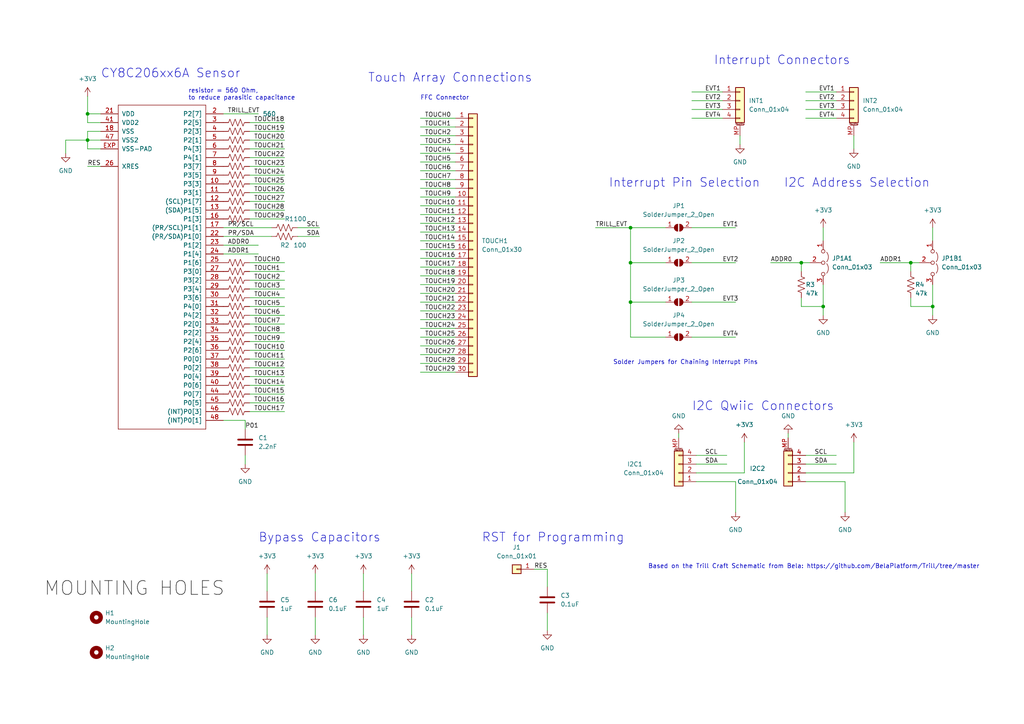
<source format=kicad_sch>
(kicad_sch (version 20230121) (generator eeschema)
  (paper "A4")
  (lib_symbols
    (symbol "+3V3_1" (power) (pin_names (offset 0))
      (property "Value" "+3V3_1" (at 0 3.556 0))
      (symbol "+3V3_1_0_1"
        (polyline (pts (xy -0.762 1.27) (xy 0 2.54)))
        (polyline (pts (xy 0 0) (xy 0 2.54)))
        (polyline (pts (xy 0 2.54) (xy 0.762 1.27)))
      )
      (symbol "+3V3_1_1_1"
        (pin power_in line (at 0 0 90) (length 0) hide (name "+3V3") (number "1"))
      )
    )
    (symbol "Connector_Generic:Conn_01x01" (pin_names (offset 1.016) hide)
      (property "Reference" "J" (at 0 2.54 0))
      (property "Value" "Conn_01x01" (at 0 -2.54 0))
      (symbol "Conn_01x01_1_1"
        (rectangle (start -1.27 0.127) (end 0 -0.127) (stroke (width 0.1524)))
        (rectangle (start -1.27 1.27) (end 1.27 -1.27) (stroke (width 0.254)) (fill (type background)))
        (pin passive line (at -5.08 0 0) (length 3.81) (name "Pin_1") (number "1"))
      )
    )
    (symbol "Connector_Generic:Conn_01x30" (pin_names (offset 1.016) hide)
      (property "Reference" "J" (at 0 38.1 0))
      (property "Value" "Conn_01x30" (at 0 -40.64 0))
      (symbol "Conn_01x30_1_1"
        (rectangle (start -1.27 -37.973) (end 0 -38.227) (stroke (width 0.1524)))
        (rectangle (start -1.27 -35.433) (end 0 -35.687) (stroke (width 0.1524)))
        (rectangle (start -1.27 -32.893) (end 0 -33.147) (stroke (width 0.1524)))
        (rectangle (start -1.27 -30.353) (end 0 -30.607) (stroke (width 0.1524)))
        (rectangle (start -1.27 -27.813) (end 0 -28.067) (stroke (width 0.1524)))
        (rectangle (start -1.27 -25.273) (end 0 -25.527) (stroke (width 0.1524)))
        (rectangle (start -1.27 -22.733) (end 0 -22.987) (stroke (width 0.1524)))
        (rectangle (start -1.27 -20.193) (end 0 -20.447) (stroke (width 0.1524)))
        (rectangle (start -1.27 -17.653) (end 0 -17.907) (stroke (width 0.1524)))
        (rectangle (start -1.27 -15.113) (end 0 -15.367) (stroke (width 0.1524)))
        (rectangle (start -1.27 -12.573) (end 0 -12.827) (stroke (width 0.1524)))
        (rectangle (start -1.27 -10.033) (end 0 -10.287) (stroke (width 0.1524)))
        (rectangle (start -1.27 -7.493) (end 0 -7.747) (stroke (width 0.1524)))
        (rectangle (start -1.27 -4.953) (end 0 -5.207) (stroke (width 0.1524)))
        (rectangle (start -1.27 -2.413) (end 0 -2.667) (stroke (width 0.1524)))
        (rectangle (start -1.27 0.127) (end 0 -0.127) (stroke (width 0.1524)))
        (rectangle (start -1.27 2.667) (end 0 2.413) (stroke (width 0.1524)))
        (rectangle (start -1.27 5.207) (end 0 4.953) (stroke (width 0.1524)))
        (rectangle (start -1.27 7.747) (end 0 7.493) (stroke (width 0.1524)))
        (rectangle (start -1.27 10.287) (end 0 10.033) (stroke (width 0.1524)))
        (rectangle (start -1.27 12.827) (end 0 12.573) (stroke (width 0.1524)))
        (rectangle (start -1.27 15.367) (end 0 15.113) (stroke (width 0.1524)))
        (rectangle (start -1.27 17.907) (end 0 17.653) (stroke (width 0.1524)))
        (rectangle (start -1.27 20.447) (end 0 20.193) (stroke (width 0.1524)))
        (rectangle (start -1.27 22.987) (end 0 22.733) (stroke (width 0.1524)))
        (rectangle (start -1.27 25.527) (end 0 25.273) (stroke (width 0.1524)))
        (rectangle (start -1.27 28.067) (end 0 27.813) (stroke (width 0.1524)))
        (rectangle (start -1.27 30.607) (end 0 30.353) (stroke (width 0.1524)))
        (rectangle (start -1.27 33.147) (end 0 32.893) (stroke (width 0.1524)))
        (rectangle (start -1.27 35.687) (end 0 35.433) (stroke (width 0.1524)))
        (rectangle (start -1.27 36.83) (end 1.27 -39.37) (stroke (width 0.254)) (fill (type background)))
        (pin passive line (at -5.08 35.56 0) (length 3.81) (name "Pin_1") (number "1"))
        (pin passive line (at -5.08 12.7 0) (length 3.81) (name "Pin_10") (number "10"))
        (pin passive line (at -5.08 10.16 0) (length 3.81) (name "Pin_11") (number "11"))
        (pin passive line (at -5.08 7.62 0) (length 3.81) (name "Pin_12") (number "12"))
        (pin passive line (at -5.08 5.08 0) (length 3.81) (name "Pin_13") (number "13"))
        (pin passive line (at -5.08 2.54 0) (length 3.81) (name "Pin_14") (number "14"))
        (pin passive line (at -5.08 0 0) (length 3.81) (name "Pin_15") (number "15"))
        (pin passive line (at -5.08 -2.54 0) (length 3.81) (name "Pin_16") (number "16"))
        (pin passive line (at -5.08 -5.08 0) (length 3.81) (name "Pin_17") (number "17"))
        (pin passive line (at -5.08 -7.62 0) (length 3.81) (name "Pin_18") (number "18"))
        (pin passive line (at -5.08 -10.16 0) (length 3.81) (name "Pin_19") (number "19"))
        (pin passive line (at -5.08 33.02 0) (length 3.81) (name "Pin_2") (number "2"))
        (pin passive line (at -5.08 -12.7 0) (length 3.81) (name "Pin_20") (number "20"))
        (pin passive line (at -5.08 -15.24 0) (length 3.81) (name "Pin_21") (number "21"))
        (pin passive line (at -5.08 -17.78 0) (length 3.81) (name "Pin_22") (number "22"))
        (pin passive line (at -5.08 -20.32 0) (length 3.81) (name "Pin_23") (number "23"))
        (pin passive line (at -5.08 -22.86 0) (length 3.81) (name "Pin_24") (number "24"))
        (pin passive line (at -5.08 -25.4 0) (length 3.81) (name "Pin_25") (number "25"))
        (pin passive line (at -5.08 -27.94 0) (length 3.81) (name "Pin_26") (number "26"))
        (pin passive line (at -5.08 -30.48 0) (length 3.81) (name "Pin_27") (number "27"))
        (pin passive line (at -5.08 -33.02 0) (length 3.81) (name "Pin_28") (number "28"))
        (pin passive line (at -5.08 -35.56 0) (length 3.81) (name "Pin_29") (number "29"))
        (pin passive line (at -5.08 30.48 0) (length 3.81) (name "Pin_3") (number "3"))
        (pin passive line (at -5.08 -38.1 0) (length 3.81) (name "Pin_30") (number "30"))
        (pin passive line (at -5.08 27.94 0) (length 3.81) (name "Pin_4") (number "4"))
        (pin passive line (at -5.08 25.4 0) (length 3.81) (name "Pin_5") (number "5"))
        (pin passive line (at -5.08 22.86 0) (length 3.81) (name "Pin_6") (number "6"))
        (pin passive line (at -5.08 20.32 0) (length 3.81) (name "Pin_7") (number "7"))
        (pin passive line (at -5.08 17.78 0) (length 3.81) (name "Pin_8") (number "8"))
        (pin passive line (at -5.08 15.24 0) (length 3.81) (name "Pin_9") (number "9"))
      )
    )
    (symbol "Connector_Generic_MountingPin:Conn_01x04_MountingPin" (pin_names (offset 1.016) hide)
      (property "Reference" "J" (at 0 5.08 0))
      (property "Value" "Conn_01x04_MountingPin" (at 1.27 -7.62 0))
      (symbol "Conn_01x04_MountingPin_1_1"
        (rectangle (start -1.27 -4.953) (end 0 -5.207) (stroke (width 0.1524)))
        (rectangle (start -1.27 -2.413) (end 0 -2.667) (stroke (width 0.1524)))
        (rectangle (start -1.27 0.127) (end 0 -0.127) (stroke (width 0.1524)))
        (rectangle (start -1.27 2.667) (end 0 2.413) (stroke (width 0.1524)))
        (rectangle (start -1.27 3.81) (end 1.27 -6.35) (stroke (width 0.254)) (fill (type background)))
        (polyline (pts (xy -1.016 -7.112) (xy 1.016 -7.112)) (stroke (width 0.1524)))
        (text "Mounting" (at 0 -6.731 0) (effects (font (size 0.381 0.381))))
        (pin passive line (at -5.08 2.54 0) (length 3.81) (name "Pin_1") (number "1"))
        (pin passive line (at -5.08 0 0) (length 3.81) (name "Pin_2") (number "2"))
        (pin passive line (at -5.08 -2.54 0) (length 3.81) (name "Pin_3") (number "3"))
        (pin passive line (at -5.08 -5.08 0) (length 3.81) (name "Pin_4") (number "4"))
        (pin passive line (at 0 -10.16 90) (length 3.048) (name "MountPin") (number "MP"))
      )
    )
    (symbol "Device:C" (pin_numbers hide) (pin_names (offset 0.254))
      (property "Reference" "C" (at 0.635 2.54 0))
      (property "Value" "C" (at 0.635 -2.54 0))
      (symbol "C_0_1"
        (polyline (pts (xy -2.032 -0.762) (xy 2.032 -0.762)) (stroke (width 0.508)))
        (polyline (pts (xy -2.032 0.762) (xy 2.032 0.762)) (stroke (width 0.508)))
      )
      (symbol "C_1_1"
        (pin passive line (at 0 3.81 270) (length 2.794) (name "~") (number "1"))
        (pin passive line (at 0 -3.81 90) (length 2.794) (name "~") (number "2"))
      )
    )
    (symbol "Device:R_US" (pin_numbers hide) (pin_names (offset 0))
      (property "Reference" "R" (at 2.54 0 90))
      (property "Value" "R_US" (at -2.54 0 90))
      (symbol "R_US_0_1"
        (polyline (pts (xy 0 -2.286) (xy 0 -2.54)))
        (polyline (pts (xy 0 2.286) (xy 0 2.54)))
        (polyline (pts (xy 0 -0.762) (xy 1.016 -1.143) (xy 0 -1.524) (xy -1.016 -1.905) (xy 0 -2.286)))
        (polyline (pts (xy 0 0.762) (xy 1.016 0.381) (xy 0 0) (xy -1.016 -0.381) (xy 0 -0.762)))
        (polyline (pts (xy 0 2.286) (xy 1.016 1.905) (xy 0 1.524) (xy -1.016 1.143) (xy 0 0.762)))
      )
      (symbol "R_US_1_1"
        (pin passive line (at 0 3.81 270) (length 1.27) (name "~") (number "1"))
        (pin passive line (at 0 -3.81 90) (length 1.27) (name "~") (number "2"))
      )
    )
    (symbol "GND_1" (power) (pin_names (offset 0))
      (property "Value" "GND_1" (at 0 -3.81 0))
      (symbol "GND_1_0_1"
        (polyline (pts (xy 0 0) (xy 0 -1.27) (xy 1.27 -1.27) (xy 0 -2.54) (xy -1.27 -1.27) (xy 0 -1.27)))
      )
      (symbol "GND_1_1_1"
        (pin power_in line (at 0 0 270) (length 0) hide (name "GND") (number "1"))
      )
    )
    (symbol "Jumper:Jumper_3_Open" (pin_names (offset 0) hide)
      (property "Reference" "JP" (at -2.54 -2.54 0))
      (property "Value" "Jumper_3_Open" (at 0 2.794 0))
      (symbol "Jumper_3_Open_0_0"
        (circle (center -3.302 0) (radius 0.508))
        (circle (center 0 0) (radius 0.508))
        (circle (center 3.302 0) (radius 0.508))
      )
      (symbol "Jumper_3_Open_0_1"
        (arc (start -0.254 1.016) (mid -1.651 1.4992) (end -3.048 1.016))
        (polyline (pts (xy 0 -0.508) (xy 0 -1.27)))
        (arc (start 3.048 1.016) (mid 1.651 1.4992) (end 0.254 1.016))
      )
      (symbol "Jumper_3_Open_1_1"
        (pin passive line (at -6.35 0 0) (length 2.54) (name "A") (number "1"))
        (pin passive line (at 0 -3.81 90) (length 2.54) (name "C") (number "2"))
        (pin passive line (at 6.35 0 180) (length 2.54) (name "B") (number "3"))
      )
    )
    (symbol "Jumper:SolderJumper_2_Open" (pin_names (offset 0) hide)
      (property "Reference" "JP" (at 0 2.032 0))
      (property "Value" "SolderJumper_2_Open" (at 0 -2.54 0))
      (symbol "SolderJumper_2_Open_0_1"
        (arc (start -0.254 1.016) (mid -1.2656 0) (end -0.254 -1.016))
        (arc (start -0.254 1.016) (mid -1.2656 0) (end -0.254 -1.016) (fill (type outline)))
        (polyline (pts (xy -0.254 1.016) (xy -0.254 -1.016)))
        (polyline (pts (xy 0.254 1.016) (xy 0.254 -1.016)))
        (arc (start 0.254 -1.016) (mid 1.2656 0) (end 0.254 1.016))
        (arc (start 0.254 -1.016) (mid 1.2656 0) (end 0.254 1.016) (fill (type outline)))
      )
      (symbol "SolderJumper_2_Open_1_1"
        (pin passive line (at -3.81 0 0) (length 2.54) (name "A") (number "1"))
        (pin passive line (at 3.81 0 180) (length 2.54) (name "B") (number "2"))
      )
    )
    (symbol "Mechanical:MountingHole" (pin_names (offset 1.016))
      (property "Reference" "H" (at 0 5.08 0))
      (property "Value" "MountingHole" (at 0 3.175 0))
      (symbol "MountingHole_0_1"
        (circle (center 0 0) (radius 1.27) (stroke (width 1.27)))
      )
    )
    (symbol "cy8c206x6a:CY8C206X6A" (pin_names (offset 1.016))
      (symbol "CY8C206X6A_1_0"
        (polyline (pts (xy -12.7 -48.26) (xy -12.7 45.72)))
        (polyline (pts (xy -12.7 45.72) (xy 12.7 45.72)))
        (polyline (pts (xy 12.7 -48.26) (xy -12.7 -48.26)))
        (polyline (pts (xy 12.7 45.72) (xy 12.7 -48.26)))
        (pin unspecified line (at 17.78 22.86 180) (length 5.08) (name "P3[3]") (number "10"))
        (pin unspecified line (at 17.78 20.32 180) (length 5.08) (name "P3[1]") (number "11"))
        (pin unspecified line (at 17.78 17.78 180) (length 5.08) (name "(SCL)P1[7]") (number "12"))
        (pin unspecified line (at 17.78 15.24 180) (length 5.08) (name "(SDA)P1[5]") (number "13"))
        (pin unspecified line (at 17.78 12.7 180) (length 5.08) (name "P1[3]") (number "16"))
        (pin unspecified line (at 17.78 10.16 180) (length 5.08) (name "(PR/SCL)P1[1]") (number "17"))
        (pin unspecified line (at -17.78 38.1 0) (length 5.08) (name "VSS") (number "18"))
        (pin unspecified line (at 17.78 43.18 180) (length 5.08) (name "P2[7]") (number "2"))
        (pin unspecified line (at -17.78 43.18 0) (length 5.08) (name "VDD") (number "21"))
        (pin unspecified line (at 17.78 7.62 180) (length 5.08) (name "(PR/SDA)P1[0]") (number "22"))
        (pin unspecified line (at 17.78 5.08 180) (length 5.08) (name "P1[2]") (number "23"))
        (pin unspecified line (at 17.78 2.54 180) (length 5.08) (name "P1[4]") (number "24"))
        (pin unspecified line (at 17.78 0 180) (length 5.08) (name "P1[6]") (number "25"))
        (pin unspecified line (at -17.78 27.94 0) (length 5.08) (name "XRES") (number "26"))
        (pin unspecified line (at 17.78 -2.54 180) (length 5.08) (name "P3[0]") (number "27"))
        (pin unspecified line (at 17.78 -5.08 180) (length 5.08) (name "P3[2]") (number "28"))
        (pin unspecified line (at 17.78 -7.62 180) (length 5.08) (name "P3[4]") (number "29"))
        (pin unspecified line (at 17.78 40.64 180) (length 5.08) (name "P2[5]") (number "3"))
        (pin unspecified line (at 17.78 -10.16 180) (length 5.08) (name "P3[6]") (number "30"))
        (pin unspecified line (at 17.78 -12.7 180) (length 5.08) (name "P4[0]") (number "31"))
        (pin unspecified line (at 17.78 -15.24 180) (length 5.08) (name "P4[2]") (number "32"))
        (pin unspecified line (at 17.78 -17.78 180) (length 5.08) (name "P2[0]") (number "33"))
        (pin unspecified line (at 17.78 -20.32 180) (length 5.08) (name "P2[2]") (number "34"))
        (pin unspecified line (at 17.78 -22.86 180) (length 5.08) (name "P2[4]") (number "35"))
        (pin unspecified line (at 17.78 -25.4 180) (length 5.08) (name "P2[6]") (number "36"))
        (pin unspecified line (at 17.78 -27.94 180) (length 5.08) (name "P0[0]") (number "37"))
        (pin unspecified line (at 17.78 -30.48 180) (length 5.08) (name "P0[2]") (number "38"))
        (pin unspecified line (at 17.78 -33.02 180) (length 5.08) (name "P0[4]") (number "39"))
        (pin unspecified line (at 17.78 38.1 180) (length 5.08) (name "P2[3]") (number "4"))
        (pin unspecified line (at 17.78 -35.56 180) (length 5.08) (name "P0[6]") (number "40"))
        (pin unspecified line (at -17.78 40.64 0) (length 5.08) (name "VDD2") (number "41"))
        (pin unspecified line (at 17.78 -38.1 180) (length 5.08) (name "P0[7]") (number "44"))
        (pin unspecified line (at 17.78 -40.64 180) (length 5.08) (name "P0[5]") (number "45"))
        (pin unspecified line (at 17.78 -43.18 180) (length 5.08) (name "(INT)P0[3]") (number "46"))
        (pin unspecified line (at -17.78 35.56 0) (length 5.08) (name "VSS2") (number "47"))
        (pin unspecified line (at 17.78 -45.72 180) (length 5.08) (name "(INT)P0[1]") (number "48"))
        (pin unspecified line (at 17.78 35.56 180) (length 5.08) (name "P2[1]") (number "5"))
        (pin unspecified line (at 17.78 33.02 180) (length 5.08) (name "P4[3]") (number "6"))
        (pin unspecified line (at 17.78 30.48 180) (length 5.08) (name "P4[1]") (number "7"))
        (pin unspecified line (at 17.78 27.94 180) (length 5.08) (name "P3[7]") (number "8"))
        (pin unspecified line (at 17.78 25.4 180) (length 5.08) (name "P3[5]") (number "9"))
        (pin unspecified line (at -17.78 33.02 0) (length 5.08) (name "VSS-PAD") (number "EXP"))
      )
    )
    (symbol "power:GND" (power) (pin_names (offset 0))
      (property "Value" "GND" (at 0 -3.81 0))
      (symbol "GND_0_1"
        (polyline (pts (xy 0 0) (xy 0 -1.27) (xy 1.27 -1.27) (xy 0 -2.54) (xy -1.27 -1.27) (xy 0 -1.27)))
      )
      (symbol "GND_1_1"
        (pin power_in line (at 0 0 270) (length 0) hide (name "GND") (number "1"))
      )
    )
  )
  (junction (at 182.88 66.04))
  (junction (at 182.88 76.2))
  (junction (at 270.51 88.9))
  (junction (at 264.16 76.2))
  (junction (at 25.4 33.02))
  (junction (at 25.4 40.64))
  (junction (at 232.41 76.2))
  (junction (at 182.88 87.63))
  (junction (at 238.76 88.9))
  (wire (pts (xy 200.66 31.75) (xy 209.55 31.75)))
  (wire (pts (xy 200.66 66.04) (xy 213.36 66.04)))
  (wire (pts (xy 121.92 44.45) (xy 132.08 44.45)))
  (wire (pts (xy 238.76 66.04) (xy 238.76 69.85)))
  (wire (pts (xy 119.38 179.07) (xy 119.38 184.15)))
  (wire (pts (xy 121.92 105.41) (xy 132.08 105.41)))
  (wire (pts (xy 121.92 67.31) (xy 132.08 67.31)))
  (wire (pts (xy 64.77 66.04) (xy 78.74 66.04)))
  (wire (pts (xy 64.77 68.58) (xy 78.74 68.58)))
  (wire (pts (xy 121.92 92.71) (xy 132.08 92.71)))
  (wire (pts (xy 264.16 86.36) (xy 264.16 88.9)))
  (wire (pts (xy 72.39 76.2) (xy 82.55 76.2)))
  (wire (pts (xy 25.4 33.02) (xy 25.4 35.56)))
  (wire (pts (xy 72.39 83.82) (xy 82.55 83.82)))
  (wire (pts (xy 72.39 91.44) (xy 82.55 91.44)))
  (wire (pts (xy 86.36 68.58) (xy 92.71 68.58)))
  (wire (pts (xy 200.66 29.21) (xy 209.55 29.21)))
  (wire (pts (xy 72.39 111.76) (xy 82.55 111.76)))
  (wire (pts (xy 25.4 38.1) (xy 25.4 40.64)))
  (wire (pts (xy 29.21 33.02) (xy 25.4 33.02)))
  (wire (pts (xy 270.51 66.04) (xy 270.51 69.85)))
  (wire (pts (xy 201.93 132.08) (xy 210.82 132.08)))
  (wire (pts (xy 72.39 104.14) (xy 82.55 104.14)))
  (wire (pts (xy 245.11 139.7) (xy 245.11 148.59)))
  (wire (pts (xy 233.68 132.08) (xy 242.57 132.08)))
  (wire (pts (xy 121.92 100.33) (xy 132.08 100.33)))
  (wire (pts (xy 200.66 76.2) (xy 213.36 76.2)))
  (wire (pts (xy 121.92 59.69) (xy 132.08 59.69)))
  (wire (pts (xy 233.68 134.62) (xy 242.57 134.62)))
  (wire (pts (xy 247.65 128.27) (xy 247.65 137.16)))
  (wire (pts (xy 193.04 87.63) (xy 182.88 87.63)))
  (wire (pts (xy 72.39 35.56) (xy 82.55 35.56)))
  (wire (pts (xy 72.39 58.42) (xy 82.55 58.42)))
  (wire (pts (xy 264.16 76.2) (xy 266.7 76.2)))
  (wire (pts (xy 200.66 26.67) (xy 209.55 26.67)))
  (wire (pts (xy 72.39 106.68) (xy 82.55 106.68)))
  (wire (pts (xy 72.39 43.18) (xy 82.55 43.18)))
  (wire (pts (xy 72.39 78.74) (xy 82.55 78.74)))
  (wire (pts (xy 121.92 97.79) (xy 132.08 97.79)))
  (wire (pts (xy 72.39 96.52) (xy 82.55 96.52)))
  (wire (pts (xy 72.39 55.88) (xy 82.55 55.88)))
  (wire (pts (xy 25.4 43.18) (xy 29.21 43.18)))
  (wire (pts (xy 91.44 166.37) (xy 91.44 171.45)))
  (wire (pts (xy 232.41 86.36) (xy 232.41 88.9)))
  (wire (pts (xy 121.92 69.85) (xy 132.08 69.85)))
  (wire (pts (xy 105.41 166.37) (xy 105.41 171.45)))
  (wire (pts (xy 182.88 87.63) (xy 182.88 97.79)))
  (wire (pts (xy 77.47 166.37) (xy 77.47 171.45)))
  (wire (pts (xy 121.92 77.47) (xy 132.08 77.47)))
  (wire (pts (xy 154.94 165.1) (xy 158.75 165.1)))
  (wire (pts (xy 72.39 60.96) (xy 82.55 60.96)))
  (wire (pts (xy 200.66 87.63) (xy 213.36 87.63)))
  (wire (pts (xy 29.21 35.56) (xy 25.4 35.56)))
  (wire (pts (xy 72.39 93.98) (xy 82.55 93.98)))
  (wire (pts (xy 25.4 27.94) (xy 25.4 33.02)))
  (wire (pts (xy 201.93 134.62) (xy 210.82 134.62)))
  (wire (pts (xy 200.66 97.79) (xy 213.36 97.79)))
  (wire (pts (xy 233.68 29.21) (xy 242.57 29.21)))
  (wire (pts (xy 158.75 165.1) (xy 158.75 170.18)))
  (wire (pts (xy 232.41 76.2) (xy 234.95 76.2)))
  (wire (pts (xy 105.41 179.07) (xy 105.41 184.15)))
  (wire (pts (xy 182.88 66.04) (xy 193.04 66.04)))
  (wire (pts (xy 121.92 74.93) (xy 132.08 74.93)))
  (wire (pts (xy 193.04 97.79) (xy 182.88 97.79)))
  (wire (pts (xy 72.39 81.28) (xy 82.55 81.28)))
  (wire (pts (xy 72.39 40.64) (xy 82.55 40.64)))
  (wire (pts (xy 121.92 41.91) (xy 132.08 41.91)))
  (wire (pts (xy 121.92 46.99) (xy 132.08 46.99)))
  (wire (pts (xy 238.76 88.9) (xy 238.76 91.44)))
  (wire (pts (xy 121.92 52.07) (xy 132.08 52.07)))
  (wire (pts (xy 19.05 40.64) (xy 25.4 40.64)))
  (wire (pts (xy 77.47 179.07) (xy 77.47 184.15)))
  (wire (pts (xy 64.77 33.02) (xy 74.93 33.02)))
  (wire (pts (xy 233.68 34.29) (xy 242.57 34.29)))
  (wire (pts (xy 64.77 73.66) (xy 74.93 73.66)))
  (wire (pts (xy 121.92 85.09) (xy 132.08 85.09)))
  (wire (pts (xy 72.39 86.36) (xy 82.55 86.36)))
  (wire (pts (xy 264.16 88.9) (xy 270.51 88.9)))
  (wire (pts (xy 72.39 88.9) (xy 82.55 88.9)))
  (wire (pts (xy 25.4 40.64) (xy 25.4 43.18)))
  (wire (pts (xy 121.92 80.01) (xy 132.08 80.01)))
  (wire (pts (xy 201.93 137.16) (xy 215.9 137.16)))
  (wire (pts (xy 232.41 88.9) (xy 238.76 88.9)))
  (wire (pts (xy 72.39 114.3) (xy 82.55 114.3)))
  (wire (pts (xy 121.92 87.63) (xy 132.08 87.63)))
  (wire (pts (xy 72.39 53.34) (xy 82.55 53.34)))
  (wire (pts (xy 121.92 54.61) (xy 132.08 54.61)))
  (wire (pts (xy 72.39 48.26) (xy 82.55 48.26)))
  (wire (pts (xy 72.39 116.84) (xy 82.55 116.84)))
  (wire (pts (xy 255.27 76.2) (xy 264.16 76.2)))
  (wire (pts (xy 182.88 66.04) (xy 182.88 76.2)))
  (wire (pts (xy 233.68 26.67) (xy 242.57 26.67)))
  (wire (pts (xy 121.92 34.29) (xy 132.08 34.29)))
  (wire (pts (xy 64.77 121.92) (xy 71.12 121.92)))
  (wire (pts (xy 121.92 102.87) (xy 132.08 102.87)))
  (wire (pts (xy 72.39 99.06) (xy 82.55 99.06)))
  (wire (pts (xy 158.75 177.8) (xy 158.75 182.88)))
  (wire (pts (xy 196.85 125.73) (xy 196.85 127)))
  (wire (pts (xy 72.39 38.1) (xy 82.55 38.1)))
  (wire (pts (xy 71.12 121.92) (xy 71.12 124.46)))
  (wire (pts (xy 72.39 109.22) (xy 82.55 109.22)))
  (wire (pts (xy 72.39 119.38) (xy 82.55 119.38)))
  (wire (pts (xy 121.92 90.17) (xy 132.08 90.17)))
  (wire (pts (xy 121.92 95.25) (xy 132.08 95.25)))
  (wire (pts (xy 72.39 101.6) (xy 82.55 101.6)))
  (wire (pts (xy 64.77 71.12) (xy 74.93 71.12)))
  (wire (pts (xy 72.39 50.8) (xy 82.55 50.8)))
  (wire (pts (xy 233.68 137.16) (xy 247.65 137.16)))
  (wire (pts (xy 121.92 107.95) (xy 132.08 107.95)))
  (wire (pts (xy 121.92 36.83) (xy 132.08 36.83)))
  (wire (pts (xy 121.92 64.77) (xy 132.08 64.77)))
  (wire (pts (xy 121.92 82.55) (xy 132.08 82.55)))
  (wire (pts (xy 182.88 76.2) (xy 182.88 87.63)))
  (wire (pts (xy 270.51 82.55) (xy 270.51 88.9)))
  (wire (pts (xy 121.92 57.15) (xy 132.08 57.15)))
  (wire (pts (xy 232.41 76.2) (xy 232.41 78.74)))
  (wire (pts (xy 214.63 41.91) (xy 214.63 39.37)))
  (wire (pts (xy 29.21 38.1) (xy 25.4 38.1)))
  (wire (pts (xy 121.92 62.23) (xy 132.08 62.23)))
  (wire (pts (xy 72.39 45.72) (xy 82.55 45.72)))
  (wire (pts (xy 91.44 179.07) (xy 91.44 184.15)))
  (wire (pts (xy 121.92 49.53) (xy 132.08 49.53)))
  (wire (pts (xy 19.05 44.45) (xy 19.05 40.64)))
  (wire (pts (xy 201.93 139.7) (xy 213.36 139.7)))
  (wire (pts (xy 223.52 76.2) (xy 232.41 76.2)))
  (wire (pts (xy 172.72 66.04) (xy 182.88 66.04)))
  (wire (pts (xy 25.4 40.64) (xy 29.21 40.64)))
  (wire (pts (xy 86.36 66.04) (xy 92.71 66.04)))
  (wire (pts (xy 213.36 139.7) (xy 213.36 148.59)))
  (wire (pts (xy 238.76 82.55) (xy 238.76 88.9)))
  (wire (pts (xy 72.39 63.5) (xy 82.55 63.5)))
  (wire (pts (xy 25.4 48.26) (xy 29.21 48.26)))
  (wire (pts (xy 233.68 139.7) (xy 245.11 139.7)))
  (wire (pts (xy 270.51 88.9) (xy 270.51 91.44)))
  (wire (pts (xy 121.92 72.39) (xy 132.08 72.39)))
  (wire (pts (xy 200.66 34.29) (xy 209.55 34.29)))
  (wire (pts (xy 264.16 76.2) (xy 264.16 78.74)))
  (wire (pts (xy 71.12 132.08) (xy 71.12 134.62)))
  (wire (pts (xy 228.6 125.73) (xy 228.6 127)))
  (wire (pts (xy 233.68 31.75) (xy 242.57 31.75)))
  (wire (pts (xy 247.65 43.18) (xy 247.65 39.37)))
  (wire (pts (xy 121.92 39.37) (xy 132.08 39.37)))
  (wire (pts (xy 193.04 76.2) (xy 182.88 76.2)))
  (wire (pts (xy 215.9 128.27) (xy 215.9 137.16)))
  (wire (pts (xy 119.38 166.37) (xy 119.38 171.45)))
  (text "RST for Programming" (at 139.7 157.48 0) (effects (font (size 2.54 2.54)) (justify left bottom)))
  (text "Solder Jumpers for Chaining Interrupt Pins\n\n" (at 177.8 107.95 0) (effects (font (size 1.27 1.27)) (justify left bottom)))
  (text "resistor = 560 Ohm, \nto reduce parasitic capacitance" (at 54.61 29.21 0) (effects (font (size 1.27 1.27)) (justify left bottom)))
  (text "Touch Array Connections" (at 106.68 24.13 0) (effects (font (size 2.54 2.54)) (justify left bottom)))
  (text "Interrupt Connectors" (at 207.01 19.05 0) (effects (font (size 2.54 2.54)) (justify left bottom)))
  (text "Bypass Capacitors" (at 74.93 157.48 0) (effects (font (size 2.54 2.54)) (justify left bottom)))
  (text "FFC Connector" (at 121.92 29.21 0) (effects (font (size 1.27 1.27)) (justify left bottom)))
  (text "I2C Address Selection" (at 227.33 54.61 0) (effects (font (size 2.54 2.54)) (justify left bottom)))
  (text "CY8C206xx6A Sensor" (at 29.21 22.86 0) (effects (font (size 2.54 2.54)) (justify left bottom)))
  (text "Based on the Trill Craft Schematic from Bela: https://github.com/BelaPlatform/Trill/tree/master" (at 187.96 165.1 0) (effects (font (size 1.27 1.27)) (justify left bottom)))
  (text "Interrupt Pin Selection" (at 176.53 54.61 0) (effects (font (size 2.54 2.54)) (justify left bottom)))
  (text "I2C Qwiic Connectors" (at 200.66 119.38 0) (effects (font (size 2.54 2.54)) (justify left bottom)))
  (label "TOUCH2" (at 73.66 81.28 0))
  (label "TOUCH18" (at 132.08 80.01 180))
  (label "TOUCH8" (at 123.19 54.61 0))
  (label "EVT1" (at 237.49 26.67 0))
  (label "TOUCH22" (at 73.66 45.72 0))
  (label "TOUCH9" (at 123.19 57.15 0))
  (label "TOUCH13" (at 123.19 67.31 0))
  (label "TOUCH15" (at 73.66 114.3 0))
  (label "TOUCH26" (at 132.08 100.33 180))
  (label "TOUCH27" (at 73.66 58.42 0))
  (label "TOUCH19" (at 132.08 82.55 180))
  (label "P01" (at 71.12 124.46 0))
  (label "SDA" (at 236.22 134.62 0))
  (label "ADDR0" (at 66.04 71.12 0))
  (label "EVT1" (at 209.55 66.04 0))
  (label "TOUCH24" (at 132.08 95.25 180))
  (label "TOUCH8" (at 73.66 96.52 0))
  (label "SCL" (at 204.47 132.08 0))
  (label "SDA" (at 88.9 68.58 0))
  (label "TOUCH15" (at 132.08 72.39 180))
  (label "EVT2" (at 204.47 29.21 0))
  (label "TOUCH10" (at 123.19 59.69 0))
  (label "TOUCH9" (at 73.66 99.06 0))
  (label "SCL" (at 236.22 132.08 0))
  (label "TOUCH14" (at 73.66 111.76 0))
  (label "TOUCH25" (at 132.08 97.79 180))
  (label "TOUCH22" (at 132.08 90.17 180))
  (label "TOUCH12" (at 123.19 64.77 0))
  (label "EVT1" (at 204.47 26.67 0))
  (label "EVT4" (at 204.47 34.29 0))
  (label "TOUCH23" (at 132.08 92.71 180))
  (label "TOUCH18" (at 73.66 35.56 0))
  (label "TOUCH17" (at 73.66 119.38 0))
  (label "TOUCH23" (at 73.66 48.26 0))
  (label "EVT4" (at 209.55 97.79 0))
  (label "MOUNTING HOLES" (at 12.7 173.99 0) (effects (font (size 4 4))))
  (label "TOUCH1" (at 123.19 36.83 0))
  (label "TOUCH28" (at 73.66 60.96 0))
  (label "TOUCH6" (at 123.19 49.53 0))
  (label "TOUCH29" (at 132.08 107.95 180))
  (label "PR{slash}SCL" (at 66.04 66.04 0))
  (label "TOUCH6" (at 73.66 91.44 0))
  (label "TOUCH16" (at 73.66 116.84 0))
  (label "ADDR1" (at 66.04 73.66 0))
  (label "TOUCH20" (at 132.08 85.09 180))
  (label "TOUCH4" (at 73.66 86.36 0))
  (label "ADDR1" (at 255.27 76.2 0))
  (label "TRILL_EVT" (at 66.04 33.02 0))
  (label "TOUCH3" (at 123.19 41.91 0))
  (label "TOUCH3" (at 73.66 83.82 0))
  (label "TOUCH21" (at 132.08 87.63 180))
  (label "TOUCH1" (at 73.66 78.74 0))
  (label "TOUCH29" (at 73.66 63.5 0))
  (label "EVT3" (at 204.47 31.75 0))
  (label "TOUCH7" (at 123.19 52.07 0))
  (label "TOUCH11" (at 123.19 62.23 0))
  (label "TOUCH13" (at 73.66 109.22 0))
  (label "TOUCH20" (at 73.66 40.64 0))
  (label "TOUCH10" (at 73.66 101.6 0))
  (label "TOUCH4" (at 123.19 44.45 0))
  (label "TOUCH24" (at 73.66 50.8 0))
  (label "TRILL_EVT" (at 172.72 66.04 0))
  (label "TOUCH11" (at 73.66 104.14 0))
  (label "TOUCH0" (at 123.19 34.29 0))
  (label "TOUCH17" (at 132.08 77.47 180))
  (label "TOUCH7" (at 73.66 93.98 0))
  (label "EVT3" (at 237.49 31.75 0))
  (label "TOUCH19" (at 73.66 38.1 0))
  (label "SDA" (at 204.47 134.62 0))
  (label "PR{slash}SDA" (at 66.04 68.58 0))
  (label "EVT2" (at 237.49 29.21 0))
  (label "TOUCH5" (at 73.66 88.9 0))
  (label "TOUCH25" (at 73.66 53.34 0))
  (label "TOUCH2" (at 123.19 39.37 0))
  (label "TOUCH26" (at 73.66 55.88 0))
  (label "TOUCH16" (at 132.08 74.93 180))
  (label "TOUCH28" (at 132.08 105.41 180))
  (label "EVT4" (at 237.49 34.29 0))
  (label "TOUCH0" (at 73.66 76.2 0))
  (label "TOUCH27" (at 132.08 102.87 180))
  (label "RES" (at 25.4 48.26 0))
  (label "ADDR0" (at 223.52 76.2 0))
  (label "TOUCH12" (at 73.66 106.68 0))
  (label "SCL" (at 88.9 66.04 0))
  (label "EVT2" (at 209.55 76.2 0))
  (label "EVT3" (at 209.55 87.63 0))
  (label "RES" (at 154.94 165.1 0))
  (label "TOUCH5" (at 123.19 46.99 0))
  (label "TOUCH21" (at 73.66 43.18 0))
  (label "TOUCH14" (at 123.19 69.85 0))
  (symbol (lib_name "+3V3_1") (lib_id "power:+3V3") (at 105.41 166.37 0) (unit 1)
    (property "Reference" "#PWR019" (effects hide))
    (property "Value" "+3V3" (at 105.41 161.29 0))
  )
  (symbol (lib_id "power:GND") (at 270.51 91.44 0) (unit 1)
    (property "Reference" "#PWR011" (effects hide))
    (property "Value" "GND" (at 270.51 96.52 0))
  )
  (symbol (lib_id "Jumper:SolderJumper_2_Open") (at 196.85 97.79 0) (unit 1) (in_bom no)
    (property "Reference" "JP4" (at 196.85 91.44 0))
    (property "Value" "SolderJumper_2_Open" (at 196.85 93.98 0))
    (property "Footprint" "Jumper:SolderJumper-2_P1.3mm_Open_RoundedPad1.0x1.5mm" (effects hide))
  )
  (symbol (lib_id "Device:R_US") (at 68.58 43.18 270) (unit 1)
    (property "Reference" "R8" (effects hide))
    (property "Value" "560" (effects hide))
    (property "Footprint" "Resistor_SMD:R_0201_0603Metric" (effects hide))
    (property "Description Value Pkg" "560 Ohms ±1% 0.05W, 1/20W Chip Resistor 0201 (0603 Metric) Thick Film" (effects hide))
    (property "Mfg Part #" "ERJ-1GNF5600C" (effects hide))
    (property "Digikey Part #" "P123075CT-ND" (effects hide))
  )
  (symbol (lib_name "GND_1") (lib_id "power:GND") (at 158.75 182.88 0) (unit 1)
    (property "Reference" "#PWR05" (effects hide))
    (property "Value" "GND" (at 158.75 187.96 0))
  )
  (symbol (lib_id "Connector_Generic_MountingPin:Conn_01x04_MountingPin") (at 228.6 137.16 180) (unit 1)
    (property "Reference" "I2C2" (at 219.71 135.89 0))
    (property "Value" "Conn_01x04" (at 219.71 139.7 0))
    (property "Footprint" "JST-footprints:JST_SH_SM04B-SRSS-TB_1x04-1MP_P1.00mm_Horizontal" (effects hide))
    (property "Description Value Pkg" "Connector Header Surface Mount, Right Angle 4 position 0.039\" (1.00mm)" (effects hide))
    (property "Mfg Part #" "SM04B-SRSS-TB" (effects hide))
    (property "Digikey Part #" "455-SM04B-SRSS-TBCT-ND" (effects hide))
  )
  (symbol (lib_id "cy8c206x6a:CY8C206X6A") (at 46.99 76.2 0) (unit 1)
    (property "Reference" "IC1" (effects hide))
    (property "Value" "CY8C206X6A" (effects hide))
    (property "Footprint" "CY8C20646A-CY8C20636A-footprint:QFN-48_EP_6x6_Pitch0.4mm" (effects hide))
    (property "Description Value Pkg" "IC CAPSENSE 16KB FLASH 48QFN" (effects hide))
    (property "Mfg Part #" "CY8C20646A-24LQXI" (effects hide))
    (property "Digikey Part #" "448-CY8C20646A-24LQXI-ND" (effects hide))
  )
  (symbol (lib_id "Device:C") (at 119.38 175.26 0) (unit 1)
    (property "Reference" "C2" (at 123.19 173.99 0) (effects (justify left)))
    (property "Value" "0.1uF" (at 123.19 176.53 0) (effects (justify left)))
    (property "Footprint" "Capacitor_SMD:C_0603_1608Metric" (effects hide))
    (property "Description Value Pkg" "0.1 µF ±10% 16V Ceramic Capacitor X7R 0603 (1608 Metric)" (effects hide))
    (property "Mfg Part #" "CL10B104KO8NNNC" (effects hide))
    (property "Digikey Part #" "1276-1005-1-ND" (effects hide))
  )
  (symbol (lib_name "+3V3_1") (lib_id "power:+3V3") (at 119.38 166.37 0) (unit 1)
    (property "Reference" "#PWR07" (effects hide))
    (property "Value" "+3V3" (at 119.38 161.29 0))
  )
  (symbol (lib_id "Jumper:SolderJumper_2_Open") (at 196.85 66.04 0) (unit 1) (in_bom no)
    (property "Reference" "JP1" (at 196.85 59.69 0))
    (property "Value" "SolderJumper_2_Open" (at 196.85 62.23 0))
    (property "Footprint" "Jumper:SolderJumper-2_P1.3mm_Open_RoundedPad1.0x1.5mm" (effects hide))
  )
  (symbol (lib_id "Device:R_US") (at 264.16 82.55 0) (unit 1)
    (property "Reference" "R4" (at 265.43 82.55 0) (effects (justify left)))
    (property "Value" "47k" (at 265.43 85.09 0) (effects (justify left)))
    (property "Footprint" "Resistor_SMD:R_0201_0603Metric" (effects hide))
    (property "Description Value Pkg" "47 kOhms ±1% 0.05W, 1/20W Chip Resistor 0201 (0603 Metric) Thick Film" (effects hide))
    (property "Mfg Part #" "ERJ-1GNF4702C" (effects hide))
    (property "Digikey Part #" "P123032CT-ND" (effects hide))
  )
  (symbol (lib_id "Device:R_US") (at 68.58 106.68 270) (unit 1)
    (property "Reference" "R29" (effects hide))
    (property "Value" "560" (effects hide))
    (property "Footprint" "Resistor_SMD:R_0201_0603Metric" (effects hide))
    (property "Description Value Pkg" "560 Ohms ±1% 0.05W, 1/20W Chip Resistor 0201 (0603 Metric) Thick Film" (effects hide))
    (property "Mfg Part #" "ERJ-1GNF5600C" (effects hide))
    (property "Digikey Part #" "P123075CT-ND" (effects hide))
  )
  (symbol (lib_name "+3V3_1") (lib_id "power:+3V3") (at 77.47 166.37 0) (unit 1)
    (property "Reference" "#PWR021" (effects hide))
    (property "Value" "+3V3" (at 77.47 161.29 0))
  )
  (symbol (lib_name "GND_1") (lib_id "power:GND") (at 228.6 125.73 180) (unit 1)
    (property "Reference" "#PWR017" (effects hide))
    (property "Value" "GND" (at 228.6 120.65 0))
  )
  (symbol (lib_name "GND_1") (lib_id "power:GND") (at 245.11 148.59 0) (unit 1)
    (property "Reference" "#PWR01" (effects hide))
    (property "Value" "GND" (at 245.11 153.67 0))
  )
  (symbol (lib_name "+3V3_1") (lib_id "power:+3V3") (at 270.51 66.04 0) (unit 1)
    (property "Reference" "#PWR03" (effects hide))
    (property "Value" "+3V3" (at 270.51 60.96 0))
  )
  (symbol (lib_name "GND_1") (lib_id "power:GND") (at 91.44 184.15 0) (unit 1)
    (property "Reference" "#PWR024" (effects hide))
    (property "Value" "GND" (at 91.44 189.23 0))
  )
  (symbol (lib_id "Device:R_US") (at 82.55 68.58 270) (unit 1)
    (property "Reference" "R2" (at 81.28 71.12 90) (effects (justify left)))
    (property "Value" "100" (at 85.09 71.12 90) (effects (justify left)))
    (property "Footprint" "Resistor_SMD:R_0201_0603Metric" (effects hide))
    (property "Description Value Pkg" "100 Ohms ±1% 0.05W, 1/20W Chip Resistor 0201 (0603 Metric) Thick Film" (effects hide))
    (property "Mfg Part #" "ERJ-1GNF1000C" (effects hide))
    (property "Digikey Part #" "P122654CT-ND" (effects hide))
  )
  (symbol (lib_id "Mechanical:MountingHole") (at 27.94 179.07 0) (unit 1) (in_bom no)
    (property "Reference" "H1" (at 30.48 177.8 0) (effects (justify left)))
    (property "Value" "MountingHole" (at 30.48 180.34 0) (effects (justify left)))
    (property "Footprint" "MountingHole:MountingHole_3.2mm_M3_DIN965" (effects hide))
  )
  (symbol (lib_name "+3V3_1") (lib_id "power:+3V3") (at 91.44 166.37 0) (unit 1)
    (property "Reference" "#PWR023" (effects hide))
    (property "Value" "+3V3" (at 91.44 161.29 0))
  )
  (symbol (lib_id "Device:R_US") (at 68.58 86.36 270) (unit 1)
    (property "Reference" "R21" (effects hide))
    (property "Value" "560" (effects hide))
    (property "Footprint" "Resistor_SMD:R_0201_0603Metric" (effects hide))
    (property "Description Value Pkg" "560 Ohms ±1% 0.05W, 1/20W Chip Resistor 0201 (0603 Metric) Thick Film" (effects hide))
    (property "Mfg Part #" "ERJ-1GNF5600C" (effects hide))
    (property "Digikey Part #" "P123075CT-ND" (effects hide))
  )
  (symbol (lib_id "Device:R_US") (at 68.58 83.82 270) (unit 1)
    (property "Reference" "R20" (effects hide))
    (property "Value" "560" (effects hide))
    (property "Footprint" "Resistor_SMD:R_0201_0603Metric" (effects hide))
    (property "Description Value Pkg" "560 Ohms ±1% 0.05W, 1/20W Chip Resistor 0201 (0603 Metric) Thick Film" (effects hide))
    (property "Mfg Part #" "ERJ-1GNF5600C" (effects hide))
    (property "Digikey Part #" "P123075CT-ND" (effects hide))
  )
  (symbol (lib_id "Device:R_US") (at 68.58 104.14 270) (unit 1)
    (property "Reference" "R28" (effects hide))
    (property "Value" "560" (effects hide))
    (property "Footprint" "Resistor_SMD:R_0201_0603Metric" (effects hide))
    (property "Description Value Pkg" "560 Ohms ±1% 0.05W, 1/20W Chip Resistor 0201 (0603 Metric) Thick Film" (effects hide))
    (property "Mfg Part #" "ERJ-1GNF5600C" (effects hide))
    (property "Digikey Part #" "P123075CT-ND" (effects hide))
  )
  (symbol (lib_name "GND_1") (lib_id "power:GND") (at 119.38 184.15 0) (unit 1)
    (property "Reference" "#PWR014" (effects hide))
    (property "Value" "GND" (at 119.38 189.23 0))
  )
  (symbol (lib_id "Device:C") (at 91.44 175.26 0) (unit 1)
    (property "Reference" "C6" (at 95.25 173.99 0) (effects (justify left)))
    (property "Value" "0.1uF" (at 95.25 176.53 0) (effects (justify left)))
    (property "Footprint" "Capacitor_SMD:C_0603_1608Metric" (effects hide))
    (property "Description Value Pkg" "0.1 µF ±10% 16V Ceramic Capacitor X7R 0603 (1608 Metric)" (effects hide))
    (property "Mfg Part #" "CL10B104KO8NNNC" (effects hide))
    (property "Digikey Part #" "1276-1005-1-ND" (effects hide))
  )
  (symbol (lib_id "Jumper:SolderJumper_2_Open") (at 196.85 87.63 0) (unit 1) (in_bom no)
    (property "Reference" "JP3" (at 196.85 81.28 0))
    (property "Value" "SolderJumper_2_Open" (at 196.85 83.82 0))
    (property "Footprint" "Jumper:SolderJumper-2_P1.3mm_Open_RoundedPad1.0x1.5mm" (effects hide))
  )
  (symbol (lib_id "Device:R_US") (at 68.58 99.06 270) (unit 1)
    (property "Reference" "R26" (effects hide))
    (property "Value" "560" (effects hide))
    (property "Footprint" "Resistor_SMD:R_0201_0603Metric" (effects hide))
    (property "Description Value Pkg" "560 Ohms ±1% 0.05W, 1/20W Chip Resistor 0201 (0603 Metric) Thick Film" (effects hide))
    (property "Mfg Part #" "ERJ-1GNF5600C" (effects hide))
    (property "Digikey Part #" "P123075CT-ND" (effects hide))
  )
  (symbol (lib_name "GND_1") (lib_id "power:GND") (at 77.47 184.15 0) (unit 1)
    (property "Reference" "#PWR022" (effects hide))
    (property "Value" "GND" (at 77.47 189.23 0))
  )
  (symbol (lib_id "Device:R_US") (at 68.58 88.9 270) (unit 1)
    (property "Reference" "R22" (effects hide))
    (property "Value" "560" (effects hide))
    (property "Footprint" "Resistor_SMD:R_0201_0603Metric" (effects hide))
    (property "Description Value Pkg" "560 Ohms ±1% 0.05W, 1/20W Chip Resistor 0201 (0603 Metric) Thick Film" (effects hide))
    (property "Mfg Part #" "ERJ-1GNF5600C" (effects hide))
    (property "Digikey Part #" "P123075CT-ND" (effects hide))
  )
  (symbol (lib_id "Mechanical:MountingHole") (at 27.94 189.23 0) (unit 1) (in_bom no)
    (property "Reference" "H2" (at 30.48 187.96 0) (effects (justify left)))
    (property "Value" "MountingHole" (at 30.48 190.5 0) (effects (justify left)))
    (property "Footprint" "MountingHole:MountingHole_3.2mm_M3_DIN965" (effects hide))
  )
  (symbol (lib_id "Jumper:Jumper_3_Open") (at 270.51 76.2 270) (unit 1)
    (property "Reference" "JP1B1" (at 273.05 74.93 90) (effects (justify left)))
    (property "Value" "Conn_01x03" (at 273.05 77.47 90) (effects (justify left)))
    (property "Footprint" "cap-touch-breakout:DOUBLE_SOLDER_JUMPER" (effects hide))
  )
  (symbol (lib_id "Device:C") (at 77.47 175.26 0) (unit 1)
    (property "Reference" "C5" (at 81.28 173.99 0) (effects (justify left)))
    (property "Value" "1uF" (at 81.28 176.53 0) (effects (justify left)))
    (property "Footprint" "Capacitor_SMD:C_0603_1608Metric" (effects hide))
    (property "Description Value Pkg" "1 µF ±10% 16V Ceramic Capacitor X7R 0603 (1608 Metric)" (effects hide))
    (property "Mfg Part #" "CL10B105KO8NNNC" (effects hide))
    (property "Digikey Part #" "1276-1019-1-ND" (effects hide))
  )
  (symbol (lib_id "Device:R_US") (at 68.58 96.52 270) (unit 1)
    (property "Reference" "R25" (effects hide))
    (property "Value" "560" (effects hide))
    (property "Footprint" "Resistor_SMD:R_0201_0603Metric" (effects hide))
    (property "Description Value Pkg" "560 Ohms ±1% 0.05W, 1/20W Chip Resistor 0201 (0603 Metric) Thick Film" (effects hide))
    (property "Mfg Part #" "ERJ-1GNF5600C" (effects hide))
    (property "Digikey Part #" "P123075CT-ND" (effects hide))
  )
  (symbol (lib_name "+3V3_1") (lib_id "power:+3V3") (at 215.9 128.27 0) (unit 1)
    (property "Reference" "#PWR016" (effects hide))
    (property "Value" "+3V3" (at 215.9 123.19 0))
  )
  (symbol (lib_id "Device:R_US") (at 68.58 119.38 270) (unit 1)
    (property "Reference" "R34" (effects hide))
    (property "Value" "560" (effects hide))
    (property "Footprint" "Resistor_SMD:R_0201_0603Metric" (effects hide))
    (property "Description Value Pkg" "560 Ohms ±1% 0.05W, 1/20W Chip Resistor 0201 (0603 Metric) Thick Film" (effects hide))
    (property "Mfg Part #" "ERJ-1GNF5600C" (effects hide))
    (property "Digikey Part #" "P123075CT-ND" (effects hide))
  )
  (symbol (lib_id "Jumper:Jumper_3_Open") (at 238.76 76.2 270) (unit 1)
    (property "Reference" "JP1A1" (at 241.3 74.93 90) (effects (justify left)))
    (property "Value" "Conn_01x03" (at 241.3 77.47 90) (effects (justify left)))
    (property "Footprint" "cap-touch-breakout:DOUBLE_SOLDER_JUMPER" (effects hide))
  )
  (symbol (lib_id "Device:R_US") (at 68.58 109.22 270) (unit 1)
    (property "Reference" "R30" (effects hide))
    (property "Value" "560" (effects hide))
    (property "Footprint" "Resistor_SMD:R_0201_0603Metric" (effects hide))
    (property "Description Value Pkg" "560 Ohms ±1% 0.05W, 1/20W Chip Resistor 0201 (0603 Metric) Thick Film" (effects hide))
    (property "Mfg Part #" "ERJ-1GNF5600C" (effects hide))
    (property "Digikey Part #" "P123075CT-ND" (effects hide))
  )
  (symbol (lib_name "GND_1") (lib_id "power:GND") (at 213.36 148.59 0) (unit 1)
    (property "Reference" "#PWR015" (effects hide))
    (property "Value" "GND" (at 213.36 153.67 0))
  )
  (symbol (lib_id "Device:R_US") (at 68.58 50.8 270) (unit 1)
    (property "Reference" "R11" (effects hide))
    (property "Value" "560" (effects hide))
    (property "Footprint" "Resistor_SMD:R_0201_0603Metric" (effects hide))
    (property "Description Value Pkg" "560 Ohms ±1% 0.05W, 1/20W Chip Resistor 0201 (0603 Metric) Thick Film" (effects hide))
    (property "Mfg Part #" "ERJ-1GNF5600C" (effects hide))
    (property "Digikey Part #" "P123075CT-ND" (effects hide))
  )
  (symbol (lib_id "Device:R_US") (at 68.58 91.44 270) (unit 1)
    (property "Reference" "R23" (effects hide))
    (property "Value" "560" (effects hide))
    (property "Footprint" "Resistor_SMD:R_0201_0603Metric" (effects hide))
    (property "Description Value Pkg" "560 Ohms ±1% 0.05W, 1/20W Chip Resistor 0201 (0603 Metric) Thick Film" (effects hide))
    (property "Mfg Part #" "ERJ-1GNF5600C" (effects hide))
    (property "Digikey Part #" "P123075CT-ND" (effects hide))
  )
  (symbol (lib_id "Device:R_US") (at 68.58 45.72 270) (unit 1)
    (property "Reference" "R9" (effects hide))
    (property "Value" "560" (effects hide))
    (property "Footprint" "Resistor_SMD:R_0201_0603Metric" (effects hide))
    (property "Description Value Pkg" "560 Ohms ±1% 0.05W, 1/20W Chip Resistor 0201 (0603 Metric) Thick Film" (effects hide))
    (property "Mfg Part #" "ERJ-1GNF5600C" (effects hide))
    (property "Digikey Part #" "P123075CT-ND" (effects hide))
  )
  (symbol (lib_id "Connector_Generic_MountingPin:Conn_01x04_MountingPin") (at 196.85 137.16 180) (unit 1)
    (property "Reference" "I2C1" (at 184.15 134.62 0))
    (property "Value" "Conn_01x04" (at 186.69 137.16 0))
    (property "Footprint" "JST-footprints:JST_SH_SM04B-SRSS-TB_1x04-1MP_P1.00mm_Horizontal" (effects hide))
    (property "Description Value Pkg" "Connector Header Surface Mount, Right Angle 4 position 0.039\" (1.00mm)" (effects hide))
    (property "Mfg Part #" "SM04B-SRSS-TB" (effects hide))
    (property "Digikey Part #" "455-SM04B-SRSS-TBCT-ND" (effects hide))
  )
  (symbol (lib_id "power:GND") (at 19.05 44.45 0) (unit 1)
    (property "Reference" "#PWR08" (effects hide))
    (property "Value" "GND" (at 19.05 49.53 0))
  )
  (symbol (lib_id "Device:C") (at 71.12 128.27 0) (unit 1)
    (property "Reference" "C1" (at 74.93 127 0) (effects (justify left)))
    (property "Value" "2.2nF" (at 74.93 129.54 0) (effects (justify left)))
    (property "Footprint" "Capacitor_SMD:C_0201_0603Metric" (effects hide))
    (property "Description Value Pkg" "2200 pF ±10% 10V Ceramic Capacitor X7R 0201 (0603 Metric)" (effects hide))
    (property "Mfg Part #" "CL03B222KP3NNNC" (effects hide))
    (property "Digikey Part #" "1276-1990-1-ND" (effects hide))
  )
  (symbol (lib_name "GND_1") (lib_id "power:GND") (at 247.65 43.18 0) (unit 1)
    (property "Reference" "#PWR010" (effects hide))
    (property "Value" "GND" (at 247.65 48.26 0))
  )
  (symbol (lib_id "Jumper:SolderJumper_2_Open") (at 196.85 76.2 0) (unit 1) (in_bom no)
    (property "Reference" "JP2" (at 196.85 69.85 0))
    (property "Value" "SolderJumper_2_Open" (at 196.85 72.39 0))
    (property "Footprint" "Jumper:SolderJumper-2_P1.3mm_Open_RoundedPad1.0x1.5mm" (effects hide))
  )
  (symbol (lib_id "Device:R_US") (at 68.58 53.34 270) (unit 1)
    (property "Reference" "R12" (effects hide))
    (property "Value" "560" (effects hide))
    (property "Footprint" "Resistor_SMD:R_0201_0603Metric" (effects hide))
    (property "Description Value Pkg" "560 Ohms ±1% 0.05W, 1/20W Chip Resistor 0201 (0603 Metric) Thick Film" (effects hide))
    (property "Mfg Part #" "ERJ-1GNF5600C" (effects hide))
    (property "Digikey Part #" "P123075CT-ND" (effects hide))
  )
  (symbol (lib_id "Device:R_US") (at 82.55 66.04 270) (unit 1)
    (property "Reference" "R1" (at 82.55 63.5 90) (effects (justify left)))
    (property "Value" "100" (at 85.09 63.5 90) (effects (justify left)))
    (property "Footprint" "Resistor_SMD:R_0201_0603Metric" (effects hide))
    (property "Description Value Pkg" "100 Ohms ±1% 0.05W, 1/20W Chip Resistor 0201 (0603 Metric) Thick Film" (effects hide))
    (property "Mfg Part #" "ERJ-1GNF1000C" (effects hide))
    (property "Digikey Part #" "P122654CT-ND" (effects hide))
  )
  (symbol (lib_id "Device:R_US") (at 68.58 114.3 270) (unit 1)
    (property "Reference" "R32" (effects hide))
    (property "Value" "560" (effects hide))
    (property "Footprint" "Resistor_SMD:R_0201_0603Metric" (effects hide))
    (property "Description Value Pkg" "560 Ohms ±1% 0.05W, 1/20W Chip Resistor 0201 (0603 Metric) Thick Film" (effects hide))
    (property "Mfg Part #" "ERJ-1GNF5600C" (effects hide))
    (property "Digikey Part #" "P123075CT-ND" (effects hide))
  )
  (symbol (lib_id "Device:R_US") (at 68.58 40.64 270) (unit 1)
    (property "Reference" "R7" (effects hide))
    (property "Value" "560" (effects hide))
    (property "Footprint" "Resistor_SMD:R_0201_0603Metric" (effects hide))
    (property "Description Value Pkg" "560 Ohms ±1% 0.05W, 1/20W Chip Resistor 0201 (0603 Metric) Thick Film" (effects hide))
    (property "Mfg Part #" "ERJ-1GNF5600C" (effects hide))
    (property "Digikey Part #" "P123075CT-ND" (effects hide))
  )
  (symbol (lib_id "Device:R_US") (at 68.58 63.5 270) (unit 1)
    (property "Reference" "R16" (effects hide))
    (property "Value" "560" (effects hide))
    (property "Footprint" "Resistor_SMD:R_0201_0603Metric" (effects hide))
    (property "Description Value Pkg" "560 Ohms ±1% 0.05W, 1/20W Chip Resistor 0201 (0603 Metric) Thick Film" (effects hide))
    (property "Mfg Part #" "ERJ-1GNF5600C" (effects hide))
    (property "Digikey Part #" "P123075CT-ND" (effects hide))
  )
  (symbol (lib_name "+3V3_1") (lib_id "power:+3V3") (at 238.76 66.04 0) (unit 1)
    (property "Reference" "#PWR06" (effects hide))
    (property "Value" "+3V3" (at 238.76 60.96 0))
  )
  (symbol (lib_name "+3V3_1") (lib_id "power:+3V3") (at 25.4 27.94 0) (unit 1)
    (property "Reference" "#PWR013" (effects hide))
    (property "Value" "+3V3" (at 25.4 22.86 0))
  )
  (symbol (lib_id "Device:R_US") (at 232.41 82.55 0) (unit 1)
    (property "Reference" "R3" (at 233.68 82.55 0) (effects (justify left)))
    (property "Value" "47k" (at 233.68 85.09 0) (effects (justify left)))
    (property "Footprint" "Resistor_SMD:R_0201_0603Metric" (effects hide))
    (property "Description Value Pkg" "47 kOhms ±1% 0.05W, 1/20W Chip Resistor 0201 (0603 Metric) Thick Film" (effects hide))
    (property "Mfg Part #" "ERJ-1GNF4702C" (effects hide))
    (property "Digikey Part #" "P123032CT-ND" (effects hide))
  )
  (symbol (lib_name "+3V3_1") (lib_id "power:+3V3") (at 247.65 128.27 0) (unit 1)
    (property "Reference" "#PWR02" (effects hide))
    (property "Value" "+3V3" (at 247.65 123.19 0))
  )
  (symbol (lib_id "Device:R_US") (at 68.58 93.98 270) (unit 1)
    (property "Reference" "R24" (effects hide))
    (property "Value" "560" (effects hide))
    (property "Footprint" "Resistor_SMD:R_0201_0603Metric" (effects hide))
    (property "Description Value Pkg" "560 Ohms ±1% 0.05W, 1/20W Chip Resistor 0201 (0603 Metric) Thick Film" (effects hide))
    (property "Mfg Part #" "ERJ-1GNF5600C" (effects hide))
    (property "Digikey Part #" "P123075CT-ND" (effects hide))
  )
  (symbol (lib_id "Device:R_US") (at 68.58 55.88 270) (unit 1)
    (property "Reference" "R13" (effects hide))
    (property "Value" "560" (effects hide))
    (property "Footprint" "Resistor_SMD:R_0201_0603Metric" (effects hide))
    (property "Description Value Pkg" "560 Ohms ±1% 0.05W, 1/20W Chip Resistor 0201 (0603 Metric) Thick Film" (effects hide))
    (property "Mfg Part #" "ERJ-1GNF5600C" (effects hide))
    (property "Digikey Part #" "P123075CT-ND" (effects hide))
  )
  (symbol (lib_id "Device:R_US") (at 68.58 116.84 270) (unit 1)
    (property "Reference" "R33" (effects hide))
    (property "Value" "560" (effects hide))
    (property "Footprint" "Resistor_SMD:R_0201_0603Metric" (effects hide))
    (property "Description Value Pkg" "560 Ohms ±1% 0.05W, 1/20W Chip Resistor 0201 (0603 Metric) Thick Film" (effects hide))
    (property "Mfg Part #" "ERJ-1GNF5600C" (effects hide))
    (property "Digikey Part #" "P123075CT-ND" (effects hide))
  )
  (symbol (lib_name "GND_1") (lib_id "power:GND") (at 71.12 134.62 0) (unit 1)
    (property "Reference" "#PWR012" (effects hide))
    (property "Value" "GND" (at 71.12 139.7 0))
  )
  (symbol (lib_id "Device:C") (at 158.75 173.99 0) (unit 1)
    (property "Reference" "C3" (at 162.56 172.72 0) (effects (justify left)))
    (property "Value" "0.1uF" (at 162.56 175.26 0) (effects (justify left)))
    (property "Footprint" "Capacitor_SMD:C_0603_1608Metric" (effects hide))
    (property "Description Value Pkg" "0.1 µF ±10% 16V Ceramic Capacitor X7R 0603 (1608 Metric)" (effects hide))
    (property "Mfg Part #" "CL10B104KO8NNNC" (effects hide))
    (property "Digikey Part #" "1276-1005-1-ND" (effects hide))
  )
  (symbol (lib_name "GND_1") (lib_id "power:GND") (at 214.63 41.91 0) (unit 1)
    (property "Reference" "#PWR09" (effects hide))
    (property "Value" "GND" (at 214.63 46.99 0))
  )
  (symbol (lib_id "Device:R_US") (at 68.58 48.26 270) (unit 1)
    (property "Reference" "R10" (effects hide))
    (property "Value" "560" (effects hide))
    (property "Footprint" "Resistor_SMD:R_0201_0603Metric" (effects hide))
    (property "Description Value Pkg" "560 Ohms ±1% 0.05W, 1/20W Chip Resistor 0201 (0603 Metric) Thick Film" (effects hide))
    (property "Mfg Part #" "ERJ-1GNF5600C" (effects hide))
    (property "Digikey Part #" "P123075CT-ND" (effects hide))
  )
  (symbol (lib_id "Device:R_US") (at 68.58 38.1 270) (unit 1)
    (property "Reference" "R6" (effects hide))
    (property "Value" "560" (effects hide))
    (property "Footprint" "Resistor_SMD:R_0201_0603Metric" (effects hide))
    (property "Description Value Pkg" "560 Ohms ±1% 0.05W, 1/20W Chip Resistor 0201 (0603 Metric) Thick Film" (effects hide))
    (property "Mfg Part #" "ERJ-1GNF5600C" (effects hide))
    (property "Digikey Part #" "P123075CT-ND" (effects hide))
  )
  (symbol (lib_id "Connector_Generic:Conn_01x01") (at 149.86 165.1 180) (unit 1) (in_bom no)
    (property "Reference" "J1" (at 149.86 158.75 0))
    (property "Value" "Conn_01x01" (at 149.86 161.29 0))
    (property "Footprint" "TestPoint:TestPoint_Pad_D2.0mm" (effects hide))
  )
  (symbol (lib_id "power:GND") (at 238.76 91.44 0) (unit 1)
    (property "Reference" "#PWR04" (effects hide))
    (property "Value" "GND" (at 238.76 96.52 0))
  )
  (symbol (lib_id "Connector_Generic_MountingPin:Conn_01x04_MountingPin") (at 247.65 29.21 0) (unit 1)
    (property "Reference" "INT2" (at 250.19 29.21 0) (effects (justify left)))
    (property "Value" "Conn_01x04" (at 250.19 31.75 0) (effects (justify left)))
    (property "Footprint" "JST-footprints:JST_SH_SM04B-SRSS-TB_1x04-1MP_P1.00mm_Horizontal" (effects hide))
    (property "Description Value Pkg" "Connector Header Surface Mount, Right Angle 4 position 0.039\" (1.00mm)" (effects hide))
    (property "Mfg Part #" "SM04B-SRSS-TB" (effects hide))
    (property "Digikey Part #" "455-SM04B-SRSS-TBCT-ND" (effects hide))
  )
  (symbol (lib_id "Device:R_US") (at 68.58 81.28 270) (unit 1)
    (property "Reference" "R19" (effects hide))
    (property "Value" "560" (effects hide))
    (property "Footprint" "Resistor_SMD:R_0201_0603Metric" (effects hide))
    (property "Description Value Pkg" "560 Ohms ±1% 0.05W, 1/20W Chip Resistor 0201 (0603 Metric) Thick Film" (effects hide))
    (property "Mfg Part #" "ERJ-1GNF5600C" (effects hide))
    (property "Digikey Part #" "P123075CT-ND" (effects hide))
  )
  (symbol (lib_id "Connector_Generic:Conn_01x30") (at 137.16 69.85 0) (unit 1) (in_bom no)
    (property "Reference" "TOUCH1" (at 139.7 69.85 0) (effects (justify left)))
    (property "Value" "Conn_01x30" (at 139.7 72.39 0) (effects (justify left)))
    (property "Footprint" "touch-sensors:tstick-buttons" (effects hide))
  )
  (symbol (lib_name "GND_1") (lib_id "power:GND") (at 105.41 184.15 0) (unit 1)
    (property "Reference" "#PWR020" (effects hide))
    (property "Value" "GND" (at 105.41 189.23 0))
  )
  (symbol (lib_id "Device:C") (at 105.41 175.26 0) (unit 1)
    (property "Reference" "C4" (at 109.22 173.99 0) (effects (justify left)))
    (property "Value" "1uF" (at 109.22 176.53 0) (effects (justify left)))
    (property "Footprint" "Capacitor_SMD:C_0603_1608Metric" (effects hide))
    (property "Description Value Pkg" "1 µF ±10% 16V Ceramic Capacitor X7R 0603 (1608 Metric)" (effects hide))
    (property "Mfg Part #" "CL10B105KO8NNNC" (effects hide))
    (property "Digikey Part #" "1276-1019-1-ND" (effects hide))
  )
  (symbol (lib_id "Device:R_US") (at 68.58 101.6 270) (unit 1)
    (property "Reference" "R27" (effects hide))
    (property "Value" "560" (effects hide))
    (property "Footprint" "Resistor_SMD:R_0201_0603Metric" (effects hide))
    (property "Description Value Pkg" "560 Ohms ±1% 0.05W, 1/20W Chip Resistor 0201 (0603 Metric) Thick Film" (effects hide))
    (property "Mfg Part #" "ERJ-1GNF5600C" (effects hide))
    (property "Digikey Part #" "P123075CT-ND" (effects hide))
  )
  (symbol (lib_id "Device:R_US") (at 68.58 60.96 270) (unit 1)
    (property "Reference" "R15" (effects hide))
    (property "Value" "560" (effects hide))
    (property "Footprint" "Resistor_SMD:R_0201_0603Metric" (effects hide))
    (property "Description Value Pkg" "560 Ohms ±1% 0.05W, 1/20W Chip Resistor 0201 (0603 Metric) Thick Film" (effects hide))
    (property "Mfg Part #" "ERJ-1GNF5600C" (effects hide))
    (property "Digikey Part #" "P123075CT-ND" (effects hide))
  )
  (symbol (lib_id "Device:R_US") (at 68.58 58.42 270) (unit 1)
    (property "Reference" "R14" (effects hide))
    (property "Value" "560" (effects hide))
    (property "Footprint" "Resistor_SMD:R_0201_0603Metric" (effects hide))
    (property "Description Value Pkg" "560 Ohms ±1% 0.05W, 1/20W Chip Resistor 0201 (0603 Metric) Thick Film" (effects hide))
    (property "Mfg Part #" "ERJ-1GNF5600C" (effects hide))
    (property "Digikey Part #" "P123075CT-ND" (effects hide))
  )
  (symbol (lib_name "GND_1") (lib_id "power:GND") (at 196.85 125.73 180) (unit 1)
    (property "Reference" "#PWR018" (effects hide))
    (property "Value" "GND" (at 196.85 120.65 0))
  )
  (symbol (lib_id "Device:R_US") (at 68.58 76.2 270) (unit 1)
    (property "Reference" "R17" (effects hide))
    (property "Value" "560" (effects hide))
    (property "Footprint" "Resistor_SMD:R_0201_0603Metric" (effects hide))
    (property "Description Value Pkg" "560 Ohms ±1% 0.05W, 1/20W Chip Resistor 0201 (0603 Metric) Thick Film" (effects hide))
    (property "Mfg Part #" "ERJ-1GNF5600C" (effects hide))
    (property "Digikey Part #" "P123075CT-ND" (effects hide))
  )
  (symbol (lib_id "Device:R_US") (at 68.58 78.74 270) (unit 1)
    (property "Reference" "R18" (effects hide))
    (property "Value" "560" (effects hide))
    (property "Footprint" "Resistor_SMD:R_0201_0603Metric" (effects hide))
    (property "Description Value Pkg" "560 Ohms ±1% 0.05W, 1/20W Chip Resistor 0201 (0603 Metric) Thick Film" (effects hide))
    (property "Mfg Part #" "ERJ-1GNF5600C" (effects hide))
    (property "Digikey Part #" "P123075CT-ND" (effects hide))
  )
  (symbol (lib_id "Device:R_US") (at 68.58 35.56 270) (unit 1)
    (property "Reference" "R5" (effects hide))
    (property "Value" "560" (at 76.2 33.02 90) (effects (justify left)))
    (property "Footprint" "Resistor_SMD:R_0201_0603Metric" (effects hide))
    (property "Description Value Pkg" "560 Ohms ±1% 0.05W, 1/20W Chip Resistor 0201 (0603 Metric) Thick Film" (effects hide))
    (property "Mfg Part #" "ERJ-1GNF5600C" (effects hide))
    (property "Digikey Part #" "P123075CT-ND" (effects hide))
  )
  (symbol (lib_id "Device:R_US") (at 68.58 111.76 270) (unit 1)
    (property "Reference" "R31" (effects hide))
    (property "Value" "560" (effects hide))
    (property "Footprint" "Resistor_SMD:R_0201_0603Metric" (effects hide))
    (property "Description Value Pkg" "560 Ohms ±1% 0.05W, 1/20W Chip Resistor 0201 (0603 Metric) Thick Film" (effects hide))
    (property "Mfg Part #" "ERJ-1GNF5600C" (effects hide))
    (property "Digikey Part #" "P123075CT-ND" (effects hide))
  )
  (symbol (lib_id "Connector_Generic_MountingPin:Conn_01x04_MountingPin") (at 214.63 29.21 0) (unit 1)
    (property "Reference" "INT1" (at 217.17 29.21 0) (effects (justify left)))
    (property "Value" "Conn_01x04" (at 217.17 31.75 0) (effects (justify left)))
    (property "Footprint" "JST-footprints:JST_SH_SM04B-SRSS-TB_1x04-1MP_P1.00mm_Horizontal" (effects hide))
    (property "Description Value Pkg" "Connector Header Surface Mount, Right Angle 4 position 0.039\" (1.00mm)" (effects hide))
    (property "Mfg Part #" "SM04B-SRSS-TB" (effects hide))
    (property "Digikey Part #" "455-SM04B-SRSS-TBCT-ND" (effects hide))
  )
)
</source>
